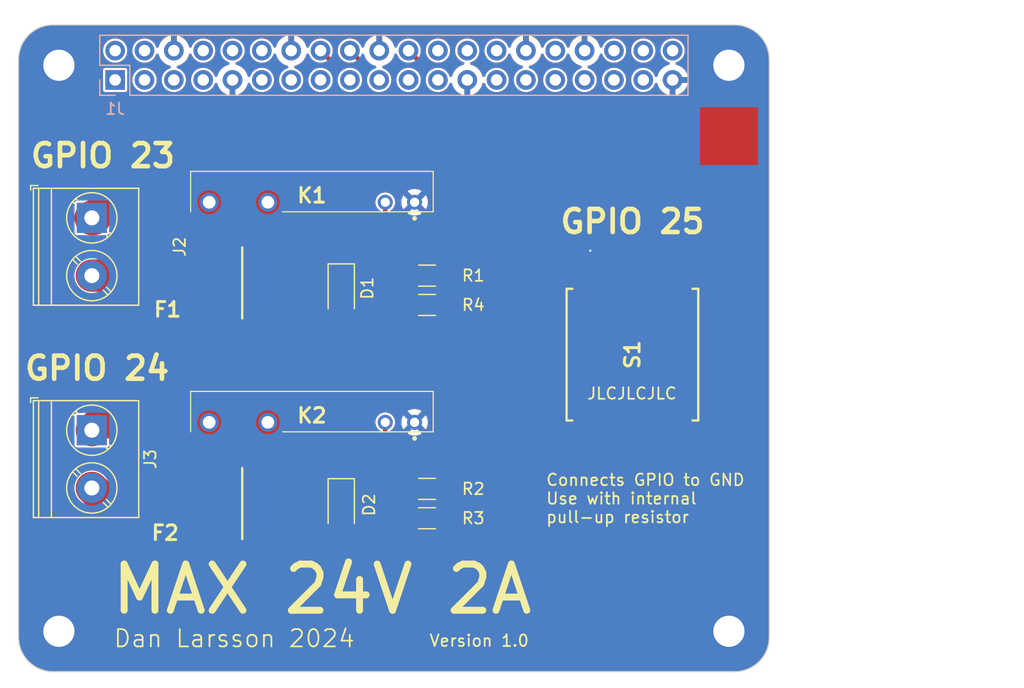
<source format=kicad_pcb>
(kicad_pcb (version 20221018) (generator pcbnew)
  (title_block (date "15 nov 2012"))
  (layers (0 "F.Cu" signal) (31 "B.Cu" signal) (34 "B.Paste" user) (35 "F.Paste" user) (36 "B.SilkS" user "B.Silkscreen") (37 "F.SilkS" user "F.Silkscreen") (38 "B.Mask" user) (39 "F.Mask" user) (44 "Edge.Cuts" user))
  (net 0 "")
  (net 1 "GND")
  (net 2 "/GPIO2{slash}SDA1")
  (net 3 "/GPIO3{slash}SCL1")
  (net 4 "/GPIO4{slash}GPCLK0")
  (net 5 "/GPIO14{slash}TXD0")
  (net 6 "/GPIO15{slash}RXD0")
  (net 7 "/GPIO17")
  (net 8 "/GPIO18{slash}PCM.CLK")
  (net 9 "/GPIO27")
  (net 10 "/GPIO22")
  (net 11 "/GPIO23")
  (net 12 "/GPIO24")
  (net 13 "/GPIO10{slash}SPI0.MOSI")
  (net 14 "/GPIO9{slash}SPI0.MISO")
  (net 15 "/GPIO25")
  (net 16 "/GPIO11{slash}SPI0.SCLK")
  (net 17 "/GPIO8{slash}SPI0.CE0")
  (net 18 "/GPIO7{slash}SPI0.CE1")
  (net 19 "/ID_SDA")
  (net 20 "/ID_SCL")
  (net 21 "/GPIO5")
  (net 22 "/GPIO6")
  (net 23 "/GPIO12{slash}PWM0")
  (net 24 "/GPIO13{slash}PWM1")
  (net 25 "/GPIO19{slash}PCM.FS")
  (net 26 "/GPIO16")
  (net 27 "/GPIO26")
  (net 28 "/GPIO20{slash}PCM.DIN")
  (net 29 "/GPIO21{slash}PCM.DOUT")
  (net 30 "+5V")
  (net 31 "+3V3")
  (net 32 "Net-(D1-A)")
  (net 33 "Net-(D2-A)")
  (net 34 "Net-(K1-A)")
  (net 35 "Net-(K2-A)")
  (net 36 "Net-(J2-Pin_2)")
  (net 37 "Net-(J2-Pin_1)")
  (net 38 "Net-(J3-Pin_2)")
  (net 39 "Net-(J3-Pin_1)")
  (net 40 "Net-(K1-D_1)")
  (net 43 "Net-(K2-D_1)")
  (footprint "Button_Switch_SMD:1241160023" (layer "F.Cu") (at 153.15 72.55 -90)
    (fp_text reference "S1" (at 0 0 90) (layer "F.SilkS") (effects (font (size 1.27 1.27) (thickness 0.254))))
    (fp_text value "1241.1600.23" hide)
    (fp_line (start -9 3.6) (end -9 3.6) (stroke (width 0.1)) (layer "F.SilkS"))
    (fp_line (start -9 3.7) (end -9 3.7) (stroke (width 0.1)) (layer "F.SilkS"))
    (fp_line (start -5.7 -5.7) (end 5.7 -5.7) (stroke (width 0.2)) (layer "F.SilkS"))
    (fp_line (start -5.7 -5.2) (end -5.7 -5.7) (stroke (width 0.2)) (layer "F.SilkS"))
    (fp_line (start -5.7 5.2) (end -5.7 5.7) (stroke (width 0.2)) (layer "F.SilkS"))
    (fp_line (start -5.7 5.7) (end 5.7 5.7) (stroke (width 0.2)) (layer "F.SilkS"))
    (fp_line (start 5.7 -5.7) (end 5.7 -5.2) (stroke (width 0.2)) (layer "F.SilkS"))
    (fp_line (start 5.7 5.7) (end 5.7 5.2) (stroke (width 0.2)) (layer "F.SilkS"))
    (fp_arc (start -9 3.6) (mid -8.95 3.65) (end -9 3.7) (stroke (width 0.1)) (layer "F.SilkS"))
    (fp_arc (start -9 3.7) (mid -9.05 3.65) (end -9 3.6) (stroke (width 0.1)) (layer "F.SilkS"))
    (pad "1" smd rect (at -7 3.75) (size 2 3) (layers "F.Cu" "F.Paste" "F.Mask") (net 1 "GND"))
    (pad "2" smd rect (at 7 3.75) (size 2 3) (layers "F.Cu" "F.Paste" "F.Mask"))
    (pad "3" smd rect (at 7 -3.75) (size 2 3) (layers "F.Cu" "F.Paste" "F.Mask"))
    (pad "4" smd rect (at -7 -3.75) (size 2 3) (layers "F.Cu" "F.Paste" "F.Mask") (net 15 "/GPIO25"))
  )
  (footprint "MountingHole:MountingHole_2.7mm_M2.5" (layer "F.Cu") (at 161.5 47.5)
    (fp_text reference "MH2" hide)
    (fp_text value "MountingHole_2.7mm_M2.5" hide)
    (pad "" np_thru_hole circle locked (at 0 0) (size 2.7 2.7) (drill 2.7) (layers "*.Cu" "*.Mask"))
  )
  (footprint "TerminalBlock_Phoenix:TerminalBlock_Phoenix_PT-1,5-2-5.0-H_1x02_P5.00mm_Horizontal" (layer "F.Cu") (at 106.35 60.71 -90)
    (fp_text reference "J2" (at 2.5 -7.6 90) (layer "F.SilkS"))
    (fp_text value "Screw_Terminal_01x02" hide)
    (fp_line (start -2.8 4.66) (end -2.8 5.3) (stroke (width 0.12)) (layer "F.SilkS"))
    (fp_line (start -2.8 5.3) (end -2.4 5.3) (stroke (width 0.12)) (layer "F.SilkS"))
    (fp_line (start -2.56 -4.06) (end -2.56 5.06) (stroke (width 0.12)) (layer "F.SilkS"))
    (fp_line (start -2.56 -4.06) (end 7.56 -4.06) (stroke (width 0.12)) (layer "F.SilkS"))
    (fp_line (start -2.56 3.5) (end 7.56 3.5) (stroke (width 0.12)) (layer "F.SilkS"))
    (fp_line (start -2.56 4.6) (end 7.56 4.6) (stroke (width 0.12)) (layer "F.SilkS"))
    (fp_line (start -2.56 5.06) (end 7.56 5.06) (stroke (width 0.12)) (layer "F.SilkS"))
    (fp_line (start -1.548 1.281) (end -1.654 1.388) (stroke (width 0.12)) (layer "F.SilkS"))
    (fp_line (start -1.282 1.547) (end -1.388 1.654) (stroke (width 0.12)) (layer "F.SilkS"))
    (fp_line (start 1.388 -1.654) (end 1.281 -1.547) (stroke (width 0.12)) (layer "F.SilkS"))
    (fp_line (start 1.654 -1.388) (end 1.547 -1.281) (stroke (width 0.12)) (layer "F.SilkS"))
    (fp_line (start 3.742 0.992) (end 3.347 1.388) (stroke (width 0.12)) (layer "F.SilkS"))
    (fp_line (start 3.993 1.274) (end 3.613 1.654) (stroke (width 0.12)) (layer "F.SilkS"))
    (fp_line (start 6.388 -1.654) (end 6.008 -1.274) (stroke (width 0.12)) (layer "F.SilkS"))
    (fp_line (start 6.654 -1.388) (end 6.259 -0.992) (stroke (width 0.12)) (layer "F.SilkS"))
    (fp_line (start 7.56 -4.06) (end 7.56 5.06) (stroke (width 0.12)) (layer "F.SilkS"))
    (fp_circle (center 0 0) (end 2.18 0) (stroke (width 0.12)) (fill none) (layer "F.SilkS"))
    (fp_circle (center 5 0) (end 7.18 0) (stroke (width 0.12)) (fill none) (layer "F.SilkS"))
    (pad "1" thru_hole rect (at 0 0 270) (size 2.6 2.6) (drill 1.3) (layers "*.Cu" "*.Mask") (net 37 "Net-(J2-Pin_1)"))
    (pad "2" thru_hole circle (at 5 0 270) (size 2.6 2.6) (drill 1.3) (layers "*.Cu" "*.Mask") (net 36 "Net-(J2-Pin_2)"))
  )
  (footprint "Resistor_SMD:R_1206_3216Metric" (layer "F.Cu") (at 135.3675 65.71 180)
    (fp_text reference "R1" (at -4.0025 0) (layer "F.SilkS"))
    (fp_text value "330R")
    (fp_line (start -0.727064 -0.91) (end 0.727064 -0.91) (stroke (width 0.12)) (layer "F.SilkS"))
    (fp_line (start -0.727064 0.91) (end 0.727064 0.91) (stroke (width 0.12)) (layer "F.SilkS"))
    (pad "1" smd roundrect (at -1.4625 0 180) (size 1.125 1.75) (layers "F.Cu" "F.Paste" "F.Mask") (roundrect_rratio 0.2222222222) (net 11 "/GPIO23"))
    (pad "2" smd roundrect (at 1.4625 0 180) (size 1.125 1.75) (layers "F.Cu" "F.Paste" "F.Mask") (roundrect_rratio 0.2222222222) (net 34 "Net-(K1-A)"))
  )
  (footprint "Resistor_SMD:R_1206_3216Metric" (layer "F.Cu") (at 135.3675 68.25)
    (fp_text reference "R4" (at 4.0025 0) (layer "F.SilkS"))
    (fp_text value "330R")
    (fp_line (start -0.727064 -0.91) (end 0.727064 -0.91) (stroke (width 0.12)) (layer "F.SilkS"))
    (fp_line (start -0.727064 0.91) (end 0.727064 0.91) (stroke (width 0.12)) (layer "F.SilkS"))
    (pad "1" smd roundrect (at -1.4625 0) (size 1.125 1.75) (layers "F.Cu" "F.Paste" "F.Mask") (roundrect_rratio 0.2222222222) (net 32 "Net-(D1-A)"))
    (pad "2" smd roundrect (at 1.4625 0) (size 1.125 1.75) (layers "F.Cu" "F.Paste" "F.Mask") (roundrect_rratio 0.2222222222) (net 11 "/GPIO23"))
  )
  (footprint "Fuse:FUSC8664X180N" (layer "F.Cu") (at 119.37 66.34 180)
    (fp_text reference "F1" (at 6.47 -2.31) (layer "F.SilkS") (effects (font (size 1.27 1.27) (thickness 0.254))))
    (fp_text value "3425L200_60MR" hide)
    (fp_line (start 0 -3.075) (end 0 3.075) (stroke (width 0.2)) (layer "F.SilkS"))
    (pad "1" smd rect (at -3.49 0 180) (size 2.73 6.71) (layers "F.Cu" "F.Paste" "F.Mask") (net 40 "Net-(K1-D_1)"))
    (pad "2" smd rect (at 3.49 0 180) (size 2.73 6.71) (layers "F.Cu" "F.Paste" "F.Mask") (net 36 "Net-(J2-Pin_2)"))
  )
  (footprint "TerminalBlock_Phoenix:TerminalBlock_Phoenix_PT-1,5-2-5.0-H_1x02_P5.00mm_Horizontal" (layer "F.Cu") (at 106.35 79.0925 -90)
    (fp_text reference "J3" (at 2.5 -5.06 90) (layer "F.SilkS"))
    (fp_text value "Screw_Terminal_01x02" hide)
    (fp_line (start -2.8 4.66) (end -2.8 5.3) (stroke (width 0.12)) (layer "F.SilkS"))
    (fp_line (start -2.8 5.3) (end -2.4 5.3) (stroke (width 0.12)) (layer "F.SilkS"))
    (fp_line (start -2.56 -4.06) (end -2.56 5.06) (stroke (width 0.12)) (layer "F.SilkS"))
    (fp_line (start -2.56 -4.06) (end 7.56 -4.06) (stroke (width 0.12)) (layer "F.SilkS"))
    (fp_line (start -2.56 3.5) (end 7.56 3.5) (stroke (width 0.12)) (layer "F.SilkS"))
    (fp_line (start -2.56 4.6) (end 7.56 4.6) (stroke (width 0.12)) (layer "F.SilkS"))
    (fp_line (start -2.56 5.06) (end 7.56 5.06) (stroke (width 0.12)) (layer "F.SilkS"))
    (fp_line (start -1.548 1.281) (end -1.654 1.388) (stroke (width 0.12)) (layer "F.SilkS"))
    (fp_line (start -1.282 1.547) (end -1.388 1.654) (stroke (width 0.12)) (layer "F.SilkS"))
    (fp_line (start 1.388 -1.654) (end 1.281 -1.547) (stroke (width 0.12)) (layer "F.SilkS"))
    (fp_line (start 1.654 -1.388) (end 1.547 -1.281) (stroke (width 0.12)) (layer "F.SilkS"))
    (fp_line (start 3.742 0.992) (end 3.347 1.388) (stroke (width 0.12)) (layer "F.SilkS"))
    (fp_line (start 3.993 1.274) (end 3.613 1.654) (stroke (width 0.12)) (layer "F.SilkS"))
    (fp_line (start 6.388 -1.654) (end 6.008 -1.274) (stroke (width 0.12)) (layer "F.SilkS"))
    (fp_line (start 6.654 -1.388) (end 6.259 -0.992) (stroke (width 0.12)) (layer "F.SilkS"))
    (fp_line (start 7.56 -4.06) (end 7.56 5.06) (stroke (width 0.12)) (layer "F.SilkS"))
    (fp_circle (center 0 0) (end 2.18 0) (stroke (width 0.12)) (fill none) (layer "F.SilkS"))
    (fp_circle (center 5 0) (end 7.18 0) (stroke (width 0.12)) (fill none) (layer "F.SilkS"))
    (pad "1" thru_hole rect (at 0 0 270) (size 2.6 2.6) (drill 1.3) (layers "*.Cu" "*.Mask") (net 39 "Net-(J3-Pin_1)"))
    (pad "2" thru_hole circle (at 5 0 270) (size 2.6 2.6) (drill 1.3) (layers "*.Cu" "*.Mask") (net 38 "Net-(J3-Pin_2)"))
  )
  (footprint "Package_SIP:AQZ202G" (layer "F.Cu") (at 134.29 59.36 180)
    (fp_text reference "K1" (at 8.89 0.587) (layer "F.SilkS") (effects (font (size 1.27 1.27) (thickness 0.254))))
    (fp_text value "AQZ202D" hide)
    (fp_line (start -1.61 -0.825) (end -1.61 2.675) (stroke (width 0.1)) (layer "F.SilkS"))
    (fp_line (start -1.61 2.675) (end 19.39 2.675) (stroke (width 0.1)) (layer "F.SilkS"))
    (fp_line (start -0.1 -1.4) (end -0.1 -1.4) (stroke (width 0.2)) (layer "F.SilkS"))
    (fp_line (start 0.1 -1.4) (end 0.1 -1.4) (stroke (width 0.2)) (layer "F.SilkS"))
    (fp_line (start 11.43 -0.825) (end -1.61 -0.825) (stroke (width 0.1)) (layer "F.SilkS"))
    (fp_line (start 19.39 2.675) (end 19.39 -0.825) (stroke (width 0.1)) (layer "F.SilkS"))
    (fp_arc (start -0.1 -1.4) (mid 0 -1.5) (end 0.1 -1.4) (stroke (width 0.2)) (layer "F.SilkS"))
    (fp_arc (start 0.1 -1.4) (mid 0 -1.3) (end -0.1 -1.4) (stroke (width 0.2)) (layer "F.SilkS"))
    (pad "1" thru_hole circle (at 0 0 180) (size 1.3 1.3) (drill 0.8) (layers "*.Cu" "*.Mask") (net 1 "GND"))
    (pad "2" thru_hole circle (at 2.54 0 180) (size 1.3 1.3) (drill 0.8) (layers "*.Cu" "*.Mask") (net 34 "Net-(K1-A)"))
    (pad "3" thru_hole circle (at 12.7 0 180) (size 1.65 1.65) (drill 1.1) (layers "*.Cu" "*.Mask") (net 40 "Net-(K1-D_1)"))
    (pad "4" thru_hole circle (at 17.78 0 180) (size 1.65 1.65) (drill 1.1) (layers "*.Cu" "*.Mask") (net 37 "Net-(J2-Pin_1)"))
  )
  (footprint "MountingHole:MountingHole_2.7mm_M2.5" (layer "F.Cu") (at 103.5 96.5)
    (fp_text reference "MH3" hide)
    (fp_text value "MountingHole_2.7mm_M2.5" hide)
    (pad "" np_thru_hole circle locked (at 0 0) (size 2.7 2.7) (drill 2.7) (layers "*.Cu" "*.Mask"))
  )
  (footprint "MountingHole:MountingHole_2.7mm_M2.5" (layer "F.Cu") (at 103.5 47.5)
    (fp_text reference "MH1" hide)
    (fp_text value "MountingHole_2.7mm_M2.5" hide)
    (pad "" np_thru_hole circle locked (at 0 0) (size 2.7 2.7) (drill 2.7) (layers "*.Cu" "*.Mask"))
  )
  (footprint "LED_SMD:LED_1206_3216Metric" (layer "F.Cu") (at 127.94 66.98 -90)
    (fp_text reference "D1" (at -0.18 -2.26 90) (layer "F.SilkS"))
    (fp_text value "IR26-21C_L110_TR8" hide)
    (fp_line (start -2.285 -1.135) (end -2.285 1.135) (stroke (width 0.12)) (layer "F.SilkS"))
    (fp_line (start -2.285 1.135) (end 1.6 1.135) (stroke (width 0.12)) (layer "F.SilkS"))
    (fp_line (start 1.6 -1.135) (end -2.285 -1.135) (stroke (width 0.12)) (layer "F.SilkS"))
    (pad "1" smd roundrect (at -1.4 0 270) (size 1.25 1.75) (layers "F.Cu" "F.Paste" "F.Mask") (roundrect_rratio 0.2) (net 1 "GND"))
    (pad "2" smd roundrect (at 1.4 0 270) (size 1.25 1.75) (layers "F.Cu" "F.Paste" "F.Mask") (roundrect_rratio 0.2) (net 32 "Net-(D1-A)"))
  )
  (footprint "LED_SMD:LED_1206_3216Metric" (layer "F.Cu") (at 127.94 85.5725 -90)
    (fp_text reference "D2" (at -0.0225 -2.41 90) (layer "F.SilkS"))
    (fp_text value "IR26-21C_L110_TR8" hide)
    (fp_line (start -2.285 -1.135) (end -2.285 1.135) (stroke (width 0.12)) (layer "F.SilkS"))
    (fp_line (start -2.285 1.135) (end 1.6 1.135) (stroke (width 0.12)) (layer "F.SilkS"))
    (fp_line (start 1.6 -1.135) (end -2.285 -1.135) (stroke (width 0.12)) (layer "F.SilkS"))
    (pad "1" smd roundrect (at -1.4 0 270) (size 1.25 1.75) (layers "F.Cu" "F.Paste" "F.Mask") (roundrect_rratio 0.2) (net 1 "GND"))
    (pad "2" smd roundrect (at 1.4 0 270) (size 1.25 1.75) (layers "F.Cu" "F.Paste" "F.Mask") (roundrect_rratio 0.2) (net 33 "Net-(D2-A)"))
  )
  (footprint "Resistor_SMD:R_1206_3216Metric" (layer "F.Cu") (at 135.3675 86.7125)
    (fp_text reference "R3" (at 4.0025 0) (layer "F.SilkS"))
    (fp_text value "330R")
    (fp_line (start -0.727064 -0.91) (end 0.727064 -0.91) (stroke (width 0.12)) (layer "F.SilkS"))
    (fp_line (start -0.727064 0.91) (end 0.727064 0.91) (stroke (width 0.12)) (layer "F.SilkS"))
    (pad "1" smd roundrect (at -1.4625 0) (size 1.125 1.75) (layers "F.Cu" "F.Paste" "F.Mask") (roundrect_rratio 0.2222222222) (net 33 "Net-(D2-A)"))
    (pad "2" smd roundrect (at 1.4625 0) (size 1.125 1.75) (layers "F.Cu" "F.Paste" "F.Mask") (roundrect_rratio 0.2222222222) (net 12 "/GPIO24"))
  )
  (footprint "Package_SIP:AQZ202G" (layer "F.Cu") (at 134.29 78.41 180)
    (fp_text reference "K2" (at 8.89 0.587) (layer "F.SilkS") (effects (font (size 1.27 1.27) (thickness 0.254))))
    (fp_text value "AQZ202D" hide)
    (fp_line (start -1.61 -0.825) (end -1.61 2.675) (stroke (width 0.1)) (layer "F.SilkS"))
    (fp_line (start -1.61 2.675) (end 19.39 2.675) (stroke (width 0.1)) (layer "F.SilkS"))
    (fp_line (start -0.1 -1.4) (end -0.1 -1.4) (stroke (width 0.2)) (layer "F.SilkS"))
    (fp_line (start 0.1 -1.4) (end 0.1 -1.4) (stroke (width 0.2)) (layer "F.SilkS"))
    (fp_line (start 11.43 -0.825) (end -1.61 -0.825) (stroke (width 0.1)) (layer "F.SilkS"))
    (fp_line (start 19.39 2.675) (end 19.39 -0.825) (stroke (width 0.1)) (layer "F.SilkS"))
    (fp_arc (start -0.1 -1.4) (mid 0 -1.5) (end 0.1 -1.4) (stroke (width 0.2)) (layer "F.SilkS"))
    (fp_arc (start 0.1 -1.4) (mid 0 -1.3) (end -0.1 -1.4) (stroke (width 0.2)) (layer "F.SilkS"))
    (pad "1" thru_hole circle (at 0 0 180) (size 1.3 1.3) (drill 0.8) (layers "*.Cu" "*.Mask") (net 1 "GND"))
    (pad "2" thru_hole circle (at 2.54 0 180) (size 1.3 1.3) (drill 0.8) (layers "*.Cu" "*.Mask") (net 35 "Net-(K2-A)"))
    (pad "3" thru_hole circle (at 12.7 0 180) (size 1.65 1.65) (drill 1.1) (layers "*.Cu" "*.Mask") (net 43 "Net-(K2-D_1)"))
    (pad "4" thru_hole circle (at 17.78 0 180) (size 1.65 1.65) (drill 1.1) (layers "*.Cu" "*.Mask") (net 39 "Net-(J3-Pin_1)"))
  )
  (footprint "MountingHole:MountingHole_2.7mm_M2.5" (layer "F.Cu") (at 161.5 96.5)
    (fp_text reference "MH4" hide)
    (fp_text value "MountingHole_2.7mm_M2.5" hide)
    (pad "" np_thru_hole circle locked (at 0 0) (size 2.7 2.7) (drill 2.7) (layers "*.Cu" "*.Mask"))
  )
  (footprint "Resistor_SMD:R_1206_3216Metric" (layer "F.Cu") (at 135.3675 84.1725 180)
    (fp_text reference "R2" (at -4.0025 0) (layer "F.SilkS"))
    (fp_text value "330R")
    (fp_line (start -0.727064 -0.91) (end 0.727064 -0.91) (stroke (width 0.12)) (layer "F.SilkS"))
    (fp_line (start -0.727064 0.91) (end 0.727064 0.91) (stroke (width 0.12)) (layer "F.SilkS"))
    (pad "1" smd roundrect (at -1.4625 0 180) (size 1.125 1.75) (layers "F.Cu" "F.Paste" "F.Mask") (roundrect_rratio 0.2222222222) (net 12 "/GPIO24"))
    (pad "2" smd roundrect (at 1.4625 0 180) (size 1.125 1.75) (layers "F.Cu" "F.Paste" "F.Mask") (roundrect_rratio 0.2222222222) (net 35 "Net-(K2-A)"))
  )
  (footprint "Fuse:FUSC8664X180N" (layer "F.Cu") (at 119.37 85.4425 180)
    (fp_text reference "F2" (at 6.67 -2.54) (layer "F.SilkS") (effects (font (size 1.27 1.27) (thickness 0.254))))
    (fp_text value "3425L200_60MR" hide)
    (fp_line (start 0 -3.075) (end 0 3.075) (stroke (width 0.2)) (layer "F.SilkS"))
    (pad "1" smd rect (at -3.49 0 180) (size 2.73 6.71) (layers "F.Cu" "F.Paste" "F.Mask") (net 43 "Net-(K2-D_1)"))
    (pad "2" smd rect (at 3.49 0 180) (size 2.73 6.71) (layers "F.Cu" "F.Paste" "F.Mask") (net 38 "Net-(J3-Pin_2)"))
  )
  (footprint "Connector_PinSocket_2.54mm:PinSocket_2x20_P2.54mm_Vertical" (layer "B.Cu") (at 108.37 48.77 -90)
    (fp_text reference "J1" (at 2.5 0) (layer "B.SilkS") (effects (justify mirror)))
    (fp_text value "GPIO")
    (fp_line (start -3.87 -49.59) (end 1.33 -49.59) (stroke (width 0.12)) (layer "B.SilkS"))
    (fp_line (start -3.87 1.33) (end -3.87 -49.59) (stroke (width 0.12)) (layer "B.SilkS"))
    (fp_line (start -3.87 1.33) (end -1.27 1.33) (stroke (width 0.12)) (layer "B.SilkS"))
    (fp_line (start -1.27 -1.27) (end 1.33 -1.27) (stroke (width 0.12)) (layer "B.SilkS"))
    (fp_line (start -1.27 1.33) (end -1.27 -1.27) (stroke (width 0.12)) (layer "B.SilkS"))
    (fp_line (start 0 1.33) (end 1.33 1.33) (stroke (width 0.12)) (layer "B.SilkS"))
    (fp_line (start 1.33 -1.27) (end 1.33 -49.59) (stroke (width 0.12)) (layer "B.SilkS"))
    (fp_line (start 1.33 1.33) (end 1.33 0) (stroke (width 0.12)) (layer "B.SilkS"))
    (pad "1" thru_hole rect (at 0 0 270) (size 1.7 1.7) (drill 1) (layers "*.Cu" "*.Mask") (net 31 "+3V3"))
    (pad "2" thru_hole oval (at -2.54 0 270) (size 1.7 1.7) (drill 1) (layers "*.Cu" "*.Mask") (net 30 "+5V"))
    (pad "3" thru_hole oval (at 0 -2.54 270) (size 1.7 1.7) (drill 1) (layers "*.Cu" "*.Mask") (net 2 "/GPIO2{slash}SDA1"))
    (pad "4" thru_hole oval (at -2.54 -2.54 270) (size 1.7 1.7) (drill 1) (layers "*.Cu" "*.Mask") (net 30 "+5V"))
    (pad "5" thru_hole oval (at 0 -5.08 270) (size 1.7 1.7) (drill 1) (layers "*.Cu" "*.Mask") (net 3 "/GPIO3{slash}SCL1"))
    (pad "6" thru_hole oval (at -2.54 -5.08 270) (size 1.7 1.7) (drill 1) (layers "*.Cu" "*.Mask") (net 1 "GND"))
    (pad "7" thru_hole oval (at 0 -7.62 270) (size 1.7 1.7) (drill 1) (layers "*.Cu" "*.Mask") (net 4 "/GPIO4{slash}GPCLK0"))
    (pad "8" thru_hole oval (at -2.54 -7.62 270) (size 1.7 1.7) (drill 1) (layers "*.Cu" "*.Mask") (net 5 "/GPIO14{slash}TXD0"))
    (pad "9" thru_hole oval (at 0 -10.16 270) (size 1.7 1.7) (drill 1) (layers "*.Cu" "*.Mask") (net 1 "GND"))
    (pad "10" thru_hole oval (at -2.54 -10.16 270) (size 1.7 1.7) (drill 1) (layers "*.Cu" "*.Mask") (net 6 "/GPIO15{slash}RXD0"))
    (pad "11" thru_hole oval (at 0 -12.7 270) (size 1.7 1.7) (drill 1) (layers "*.Cu" "*.Mask") (net 7 "/GPIO17"))
    (pad "12" thru_hole oval (at -2.54 -12.7 270) (size 1.7 1.7) (drill 1) (layers "*.Cu" "*.Mask") (net 8 "/GPIO18{slash}PCM.CLK"))
    (pad "13" thru_hole oval (at 0 -15.24 270) (size 1.7 1.7) (drill 1) (layers "*.Cu" "*.Mask") (net 9 "/GPIO27"))
    (pad "14" thru_hole oval (at -2.54 -15.24 270) (size 1.7 1.7) (drill 1) (layers "*.Cu" "*.Mask") (net 1 "GND"))
    (pad "15" thru_hole oval (at 0 -17.78 270) (size 1.7 1.7) (drill 1) (layers "*.Cu" "*.Mask") (net 10 "/GPIO22"))
    (pad "16" thru_hole oval (at -2.54 -17.78 270) (size 1.7 1.7) (drill 1) (layers "*.Cu" "*.Mask") (net 11 "/GPIO23"))
    (pad "17" thru_hole oval (at 0 -20.32 270) (size 1.7 1.7) (drill 1) (layers "*.Cu" "*.Mask") (net 31 "+3V3"))
    (pad "18" thru_hole oval (at -2.54 -20.32 270) (size 1.7 1.7) (drill 1) (layers "*.Cu" "*.Mask") (net 12 "/GPIO24"))
    (pad "19" thru_hole oval (at 0 -22.86 270) (size 1.7 1.7) (drill 1) (layers "*.Cu" "*.Mask") (net 13 "/GPIO10{slash}SPI0.MOSI"))
    (pad "20" thru_hole oval (at -2.54 -22.86 270) (size 1.7 1.7) (drill 1) (layers "*.Cu" "*.Mask") (net 1 "GND"))
    (pad "21" thru_hole oval (at 0 -25.4 270) (size 1.7 1.7) (drill 1) (layers "*.Cu" "*.Mask") (net 14 "/GPIO9{slash}SPI0.MISO"))
    (pad "22" thru_hole oval (at -2.54 -25.4 270) (size 1.7 1.7) (drill 1) (layers "*.Cu" "*.Mask") (net 15 "/GPIO25"))
    (pad "23" thru_hole oval (at 0 -27.94 270) (size 1.7 1.7) (drill 1) (layers "*.Cu" "*.Mask") (net 16 "/GPIO11{slash}SPI0.SCLK"))
    (pad "24" thru_hole oval (at -2.54 -27.94 270) (size 1.7 1.7) (drill 1) (layers "*.Cu" "*.Mask") (net 17 "/GPIO8{slash}SPI0.CE0"))
    (pad "25" thru_hole oval (at 0 -30.48 270) (size 1.7 1.7) (drill 1) (layers "*.Cu" "*.Mask") (net 1 "GND"))
    (pad "26" thru_hole oval (at -2.54 -30.48 270) (size 1.7 1.7) (drill 1) (layers "*.Cu" "*.Mask") (net 18 "/GPIO7{slash}SPI0.CE1"))
    (pad "27" thru_hole oval (at 0 -33.02 270) (size 1.7 1.7) (drill 1) (layers "*.Cu" "*.Mask") (net 19 "/ID_SDA"))
    (pad "28" thru_hole oval (at -2.54 -33.02 270) (size 1.7 1.7) (drill 1) (layers "*.Cu" "*.Mask") (net 20 "/ID_SCL"))
    (pad "29" thru_hole oval (at 0 -35.56 270) (size 1.7 1.7) (drill 1) (layers "*.Cu" "*.Mask") (net 21 "/GPIO5"))
    (pad "30" thru_hole oval (at -2.54 -35.56 270) (size 1.7 1.7) (drill 1) (layers "*.Cu" "*.Mask") (net 1 "GND"))
    (pad "31" thru_hole oval (at 0 -38.1 270) (size 1.7 1.7) (drill 1) (layers "*.Cu" "*.Mask") (net 22 "/GPIO6"))
    (pad "32" thru_hole oval (at -2.54 -38.1 270) (size 1.7 1.7) (drill 1) (layers "*.Cu" "*.Mask") (net 23 "/GPIO12{slash}PWM0"))
    (pad "33" thru_hole oval (at 0 -40.64 270) (size 1.7 1.7) (drill 1) (layers "*.Cu" "*.Mask") (net 24 "/GPIO13{slash}PWM1"))
    (pad "34" thru_hole oval (at -2.54 -40.64 270) (size 1.7 1.7) (drill 1) (layers "*.Cu" "*.Mask") (net 1 "GND"))
    (pad "35" thru_hole oval (at 0 -43.18 270) (size 1.7 1.7) (drill 1) (layers "*.Cu" "*.Mask") (net 25 "/GPIO19{slash}PCM.FS"))
    (pad "36" thru_hole oval (at -2.54 -43.18 270) (size 1.7 1.7) (drill 1) (layers "*.Cu" "*.Mask") (net 26 "/GPIO16"))
    (pad "37" thru_hole oval (at 0 -45.72 270) (size 1.7 1.7) (drill 1) (layers "*.Cu" "*.Mask") (net 27 "/GPIO26"))
    (pad "38" thru_hole oval (at -2.54 -45.72 270) (size 1.7 1.7) (drill 1) (layers "*.Cu" "*.Mask") (net 28 "/GPIO20{slash}PCM.DIN"))
    (pad "39" thru_hole oval (at 0 -48.26 270) (size 1.7 1.7) (drill 1) (layers "*.Cu" "*.Mask") (net 1 "GND"))
    (pad "40" thru_hole oval (at -2.54 -48.26 270) (size 1.7 1.7) (drill 1) (layers "*.Cu" "*.Mask") (net 29 "/GPIO21{slash}PCM.DOUT"))
  )
  (gr_arc (start 162 44) (mid 164.12132 44.87868) (end 165 47) (stroke (width 0.1)) (layer "Edge.Cuts"))
  (gr_line (start 165 97) (end 165 47) (stroke (width 0.1)) (layer "Edge.Cuts"))
  (gr_line (start 100 47) (end 100 97) (stroke (width 0.1)) (layer "Edge.Cuts"))
  (gr_arc (start 103 100) (mid 100.87868 99.12132) (end 100 97) (stroke (width 0.1)) (layer "Edge.Cuts"))
  (gr_line (start 103 100) (end 162 100) (stroke (width 0.1)) (layer "Edge.Cuts"))
  (gr_arc (start 165 97) (mid 164.12132 99.12132) (end 162 100) (stroke (width 0.1)) (layer "Edge.Cuts"))
  (gr_arc (start 100 47) (mid 100.87868 44.87868) (end 103 44) (stroke (width 0.1)) (layer "Edge.Cuts"))
  (gr_line (start 162 44) (end 103 44) (stroke (width 0.1)) (layer "Edge.Cuts"))
  (gr_text "GPIO 25" (at 146.7 62.2) (layer "F.SilkS") (effects (font (size 2 2) (thickness 0.4) bold) (justify left bottom)))
  (gr_text "GPIO 24" (at 100.35 74.9) (layer "F.SilkS") (effects (font (size 2 2) (thickness 0.4) bold) (justify left bottom)))
  (gr_text "GPIO 23" (at 100.85 56.5) (layer "F.SilkS") (effects (font (size 2 2) (thickness 0.4) bold) (justify left bottom)))
  (gr_text "JLCJLCJLC" (at 149.15 76.5) (layer "F.SilkS") (effects (font (size 1 1)) (justify left bottom)))
  (gr_text "Dan Larsson 2024" (at 108.15 98) (layer "F.SilkS") (effects (font (size 1.5 1.5)) (justify left bottom)))
  (gr_text "Connects GPIO to GND\nUse with internal\npull-up resistor" (at 145.6 87.2) (layer "F.SilkS") (effects (font (size 1 1)) (justify left bottom)))
  (gr_text "Version 1.0" (at 135.5 97.9) (layer "F.SilkS") (effects (font (size 1 1)) (justify left bottom)))
  (gr_text "MAX 24V 2A" (at 107.8 95.2) (layer "F.SilkS") (effects (font (size 4 4) (thickness 0.6) bold) (justify left bottom)))
  (segment (start 136.83 65.71) (end 137.8 65.71) (width 0.4) (layer "F.Cu") (net 11))
  (segment (start 139.8 63.71) (end 139.8 55.05) (width 0.4) (layer "F.Cu") (net 11))
  (segment (start 139.8 55.05) (end 138.5 53.75) (width 0.4) (layer "F.Cu") (net 11))
  (segment (start 127.42 47.5) (end 126.15 46.23) (width 0.4) (layer "F.Cu") (net 11))
  (segment (start 127.42 51.07) (end 127.42 47.5) (width 0.4) (layer "F.Cu") (net 11))
  (segment (start 136.83 68.25) (end 136.83 65.71) (width 0.4) (layer "F.Cu") (net 11))
  (segment (start 138.5 53.75) (end 130.1 53.75) (width 0.4) (layer "F.Cu") (net 11))
  (segment (start 130.1 53.75) (end 127.42 51.07) (width 0.4) (layer "F.Cu") (net 11))
  (segment (start 137.8 65.71) (end 139.8 63.71) (width 0.4) (layer "F.Cu") (net 11))
  (segment (start 136.83 86.7125) (end 136.83 84.1725) (width 0.4) (layer "F.Cu") (net 12))
  (segment (start 136.83 84.1725) (end 137.5775 84.1725) (width 0.4) (layer "F.Cu") (net 12))
  (segment (start 129.95 49.257767) (end 129.95 47.49) (width 0.4) (layer "F.Cu") (net 12))
  (segment (start 129.95 47.49) (end 128.69 46.23) (width 0.4) (layer "F.Cu") (net 12))
  (segment (start 137.5775 84.1725) (end 141.57 80.18) (width 0.4) (layer "F.Cu") (net 12))
  (segment (start 139.98 52.35) (end 133.042233 52.35) (width 0.4) (layer "F.Cu") (net 12))
  (segment (start 133.042233 52.35) (end 129.95 49.257767) (width 0.4) (layer "F.Cu") (net 12))
  (segment (start 141.57 53.94) (end 139.98 52.35) (width 0.4) (layer "F.Cu") (net 12))
  (segment (start 141.57 80.18) (end 141.57 53.94) (width 0.4) (layer "F.Cu") (net 12))
  (segment (start 135.06 49.83) (end 136.15 50.92) (width 0.4) (layer "F.Cu") (net 15))
  (segment (start 156.9 60.92) (end 156.9 65.55) (width 0.4) (layer "F.Cu") (net 15))
  (segment (start 133.77 46.23) (end 135.06 47.52) (width 0.4) (layer "F.Cu") (net 15))
  (segment (start 146.9 50.92) (end 156.9 60.92) (width 0.4) (layer "F.Cu") (net 15))
  (segment (start 136.15 50.92) (end 146.9 50.92) (width 0.4) (layer "F.Cu") (net 15))
  (segment (start 135.06 47.52) (end 135.06 49.83) (width 0.4) (layer "F.Cu") (net 15))
  (segment (start 133.905 68.25) (end 128.07 68.25) (width 0.4) (layer "F.Cu") (net 32))
  (segment (start 128.07 68.25) (end 127.94 68.38) (width 0.2) (layer "F.Cu") (net 32))
  (segment (start 133.905 86.7125) (end 128.2 86.7125) (width 0.4) (layer "F.Cu") (net 33))
  (segment (start 128.2 86.7125) (end 127.94 86.9725) (width 0.2) (layer "F.Cu") (net 33))
  (segment (start 131.75 59.36) (end 131.75 63.555) (width 0.4) (layer "F.Cu") (net 34))
  (segment (start 131.75 63.555) (end 133.905 65.71) (width 0.4) (layer "F.Cu") (net 34))
  (segment (start 131.75 82.0175) (end 131.75 78.41) (width 0.4) (layer "F.Cu") (net 35))
  (segment (start 133.905 84.1725) (end 131.75 82.0175) (width 0.4) (layer "F.Cu") (net 35))
  (segment (start 106.35 65.71) (end 115.25 65.71) (width 2.8) (layer "F.Cu") (net 36))
  (segment (start 115.25 65.71) (end 115.88 66.34) (width 0.2) (layer "F.Cu") (net 36))
  (segment (start 106.5 60.71) (end 107.85 59.36) (width 2.8) (layer "F.Cu") (net 37))
  (segment (start 107.85 59.36) (end 116.51 59.36) (width 2.8) (layer "F.Cu") (net 37))
  (segment (start 106.35 60.71) (end 106.5 60.71) (width 3) (layer "F.Cu") (net 37))
  (segment (start 107.7 85.4425) (end 115.88 85.4425) (width 2.8) (layer "F.Cu") (net 38))
  (segment (start 106.35 84.0925) (end 107.7 85.4425) (width 2.8) (layer "F.Cu") (net 38))
  (segment (start 107.0325 78.41) (end 106.35 79.0925) (width 2.8) (layer "F.Cu") (net 39))
  (segment (start 116.51 78.41) (end 107.0325 78.41) (width 2.8) (layer "F.Cu") (net 39))
  (segment (start 122.86 60.63) (end 122.86 66.34) (width 2.8) (layer "F.Cu") (net 40))
  (segment (start 121.59 59.36) (end 122.86 60.63) (width 2.8) (layer "F.Cu") (net 40))
  (segment (start 121.59 59.36) (end 121.59 59.56) (width 3) (layer "F.Cu") (net 40))
  (segment (start 122.86 79.68) (end 121.59 78.41) (width 2.8) (layer "F.Cu") (net 43))
  (segment (start 122.86 79.68) (end 122.86 85.4425) (width 2.8) (layer "F.Cu") (net 43))
  (zone (net 1) (net_name "GND") (layer "F.Cu") (name "GND") (connect_pads (clearance 0)) (min_thickness 0.25) (fill yes (thermal_gap 0.5) (thermal_bridge_width 0.5))
    (polygon (pts (xy 166.65 42.05) (xy 166.1 101.4) (xy 98.7 101.25) (xy 98.5 42.05)))
  )
  (zone (net 1) (net_name "GND") (layer "B.Cu") (name "GND") (priority 1) (connect_pads (clearance 0)) (min_thickness 0.25) (fill yes (thermal_gap 0.5) (thermal_bridge_width 0.5))
    (polygon (pts (xy 98.5 41.95) (xy 166.55 41.85) (xy 166 101.15) (xy 98.4 101.4)))
  )
  (zone (net 0) (net_name "") (layer "B.Cu") (name "GND") (connect_pads (clearance 0)) (min_thickness 0.25)
    (keepout (tracks not_allowed) (vias not_allowed) (pads not_allowed) (copperpour not_allowed) (footprints allowed))
    (fill (thermal_gap 0.5) (thermal_bridge_width 0.5))
    (polygon (pts (xy 164 51.14) (xy 159 51.14) (xy 159 56.14) (xy 164 56.14)))
  )
  (zone (net 0) (net_name "") (layer "B.Cu") (name "GND") (connect_pads (clearance 0)) (min_thickness 0.25)
    (keepout (tracks not_allowed) (vias not_allowed) (pads not_allowed) (copperpour not_allowed) (footprints allowed))
    (fill (thermal_gap 0.5) (thermal_bridge_width 0.5))
    (polygon (pts (xy 164 51.14) (xy 159 51.14) (xy 159 56.14) (xy 164 56.14)))
  )
)
</source>
